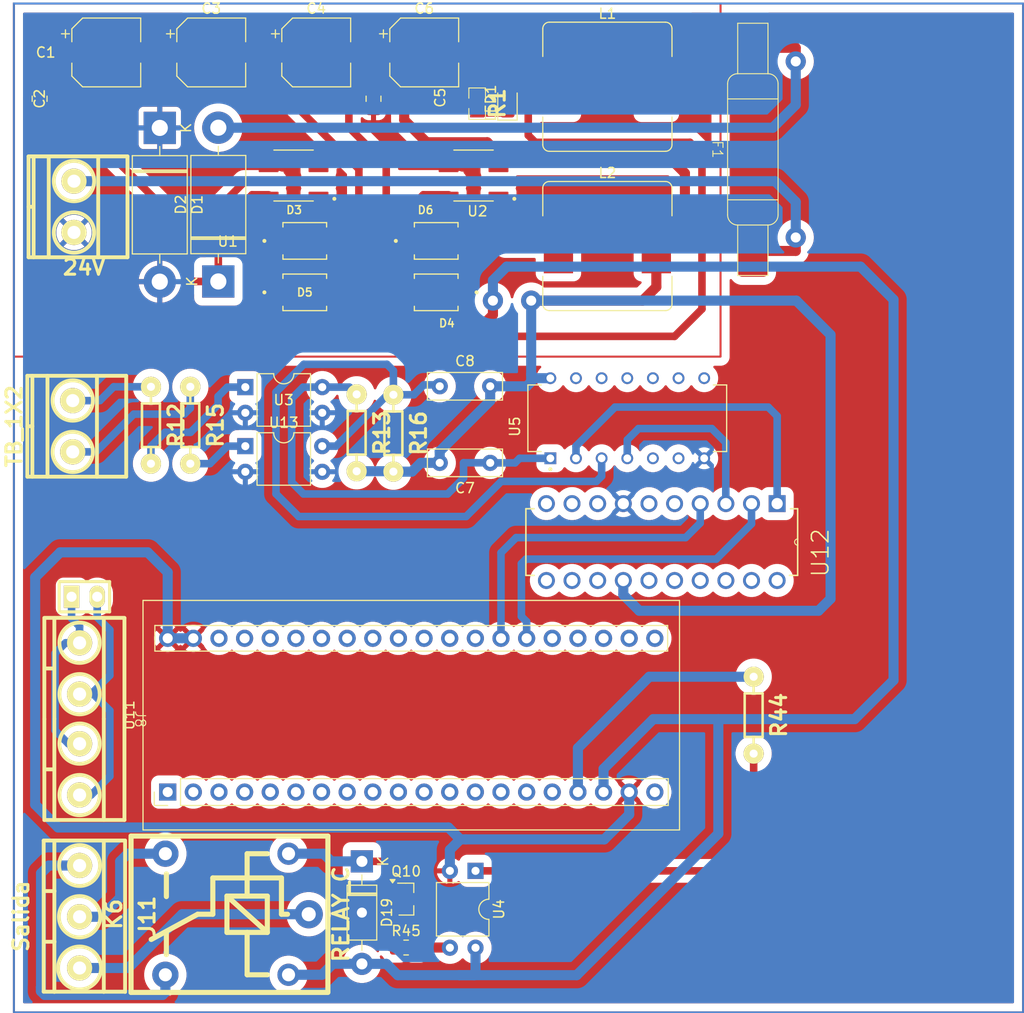
<source format=kicad_pcb>
(kicad_pcb (version 20241229) (generator "pcbnew") (generator_version "9.0")
  (layers (0 "F.Cu" signal) (2 "B.Cu" signal) (13 "F.Paste" user) (15 "B.Paste" user) (5 "F.SilkS" user "F.Silkscreen") (7 "B.SilkS" user "B.Silkscreen") (1 "F.Mask" user) (3 "B.Mask" user) (25 "Edge.Cuts" user))
  (net 0 "")
  (net 1 "Earth")
  (net 2 "/VCC")
  (net 3 "5V")
  (net 4 "Net-(D19-K)")
  (net 5 "Net-(J8-Pin_2)")
  (net 6 "Net-(J8-Pin_1)")
  (net 7 "Net-(J11-Pin_1)")
  (net 8 "Net-(J11-Pin_3)")
  (net 9 "Net-(J11-Pin_2)")
  (net 10 "Net-(LED1-A)")
  (net 11 "GND")
  (net 12 "Net-(Q10-B)")
  (net 13 "/PA01")
  (net 14 "/PA02")
  (net 15 "Net-(R44-Pad2)")
  (net 16 "Net-(R45-Pad2)")
  (net 17 "/1A hc14")
  (net 18 "/2A hc14")
  (net 19 "/3A hc14")
  (net 20 "/4A hc14")
  (net 21 "/5A hc14")
  (net 22 "/6A hc14")
  (net 23 "Net-(U1-OUT)")
  (net 24 "/IN1")
  (net 25 "/IN2")
  (net 26 "Net-(R12-Pad2)")
  (net 27 "/1Y hc14")
  (net 28 "Net-(R15-Pad2)")
  (net 29 "/2Y hc14")
  (net 30 "/3Y hc14")
  (net 31 "/4Y hc14")
  (net 32 "/5Y hc14")
  (net 33 "/6Y hc14")
  (net 38 "Net-(F1-Pad1)")
  (net 39 "Net-(D2-K)")
  (net 40 "Net-(D2-A)")
  (net 41 "Net-(U2-VIN)")
  (net 42 "Net-(U2-OUT)")
  (net 43 "Net-(U1-FB)")
  (net 48 "/PB07")
  (net 53 "/PB08")
  (net 64 "Net-(J8-Pin_4)")
  (net 69 "/PB09")
  (net 75 "Net-(J8-Pin_3)")
  (net 77 "/PA0")
  (footprint "SS210:DIOM4336X265N" (layer "F.Cu") (at 62.83 46.44)
    (property "Reference" "D6")
    (property "Value" "SS210")
  )
  (footprint "Capacitor_SMD:CP_Elec_6.3x7.7" (layer "F.Cu") (at 40.545 27.76)
    (property "Reference" "C3")
    (property "Value" "220uF")
  )
  (footprint "Capacitor_THT:C_Rect_L7.2mm_W2.5mm_P5.00mm_FKS2_FKP2_MKS2_MKP2" (layer "F.Cu") (at 68.18 68.44 180)
    (property "Reference" "C7")
    (property "Value" "100nF")
  )
  (footprint "EESTN5:Relay_C" (layer "F.Cu") (at 42.1 113.18 -90)
    (property "Reference" "K6")
    (property "Value" "RELAY_C")
  )
  (footprint "Package_DIP:DIP-4_W7.62mm" (layer "F.Cu") (at 43.92 60.935)
    (property "Reference" "U3")
    (property "Value" "PC817")
  )
  (footprint "Capacitor_SMD:CP_Elec_6.3x7.7" (layer "F.Cu") (at 61.645 27.76)
    (property "Reference" "C6")
    (property "Value" "220uF")
  )
  (footprint "Package_TO_SOT_SMD:SOT-23_Handsoldering" (layer "F.Cu") (at 59.85 111.68)
    (property "Reference" "Q10")
    (property "Value" "2N3904")
  )
  (footprint "Diode_THT:D_DO-41_SOD81_P10.16mm_Horizontal" (layer "F.Cu") (at 55.47 107.94 -90)
    (property "Reference" "D19")
    (property "Value" "1N4007")
  )
  (footprint "Diode_THT:D_DO-201AD_P15.24mm_Horizontal" (layer "F.Cu") (at 41.245 50.46 90)
    (property "Reference" "D2")
    (property "Value" "1N5822")
  )
  (footprint "SN74HC541N:DIP254P762X508-20" (layer "F.Cu") (at 73.7482 80.1 -90)
    (property "Reference" "U12")
    (property "Value" "SN74HC541PWR")
  )
  (footprint "EESTN5:RES0.3" (layer "F.Cu") (at 38.47 64.71 -90)
    (property "Reference" "R15")
    (property "Value" "10K" (hide yes))
  )
  (footprint "LM2594M-5.0:SOIC127P599X175-8N" (layer "F.Cu") (at 48.7 39.96 180)
    (property "Reference" "U1")
    (property "Value" "LM2594M-5.0")
  )
  (footprint "SN74HC14N:DIP794W45P254L1969H508Q14" (layer "F.Cu") (at 81.76 64.0175 90)
    (property "Reference" "U5")
    (property "Value" "SN74HC14PWR")
  )
  (footprint "Capacitor_THT:C_Rect_L7.2mm_W2.5mm_P5.00mm_FKS2_FKP2_MKS2_MKP2" (layer "F.Cu") (at 63.18 60.85)
    (property "Reference" "C8")
    (property "Value" "100nF")
  )
  (footprint "EESTN5:RES0.3" (layer "F.Cu") (at 58.59 65.5 -90)
    (property "Reference" "R16")
    (property "Value" "10K" (hide yes))
  )
  (footprint "Diode_THT:D_DO-201AD_P15.24mm_Horizontal" (layer "F.Cu") (at 35.445 35.24 -90)
    (property "Reference" "D1")
    (property "Value" "1N5822")
  )
  (footprint "EESTN5:BORNERA2" (layer "F.Cu") (at 26.945 43.06 -90)
    (property "Reference" "J1" (hide yes))
    (property "Value" "24V")
  )
  (footprint "EESTN5:Fusible2" (layer "F.Cu") (at 94.2 37.3675 180)
    (property "Reference" "F1")
    (property "Value" "Fuse" (hide yes))
  )
  (footprint "Package_DIP:DIP-4_W7.62mm" (layer "F.Cu") (at 43.92 66.785)
    (property "Reference" "U13")
    (property "Value" "PC817")
  )
  (footprint "EESTN5:BluePill" (layer "F.Cu") (at 36.23 101.07 90)
    (property "Reference" "U11")
    (property "Value" "BluePill" (hide yes))
  )
  (footprint "Capacitor_SMD:CP_Elec_6.3x7.7" (layer "F.Cu") (at 30.145 27.76)
    (property "Reference" "C1")
    (property "Value" "470uF")
  )
  (footprint "SS210:DIOM4336X265N" (layer "F.Cu") (at 49.81 46.44)
    (property "Reference" "D3")
    (property "Value" "SS210")
  )
  (footprint "EESTN5:RES0.3" (layer "F.Cu") (at 54.95 65.46 -90)
    (property "Reference" "R13")
    (property "Value" "10K" (hide yes))
  )
  (footprint "EESTN5:RES0.3" (layer "F.Cu") (at 94.28 93.45 -90)
    (property "Reference" "R44")
    (property "Value" "220" (hide yes))
  )
  (footprint "SS210:DIOM4336X265N" (layer "F.Cu") (at 62.83 51.54 180)
    (property "Reference" "D4")
    (property "Value" "SS210")
  )
  (footprint "Capacitor_SMD:CP_Elec_6.3x7.7" (layer "F.Cu") (at 50.945 27.76)
    (property "Reference" "C4")
    (property "Value" "470uF")
  )
  (footprint "Resistor_SMD:R_0805_2012Metric_Pad1.20x1.40mm_HandSolder" (layer "F.Cu") (at 59.85 116.48)
    (property "Reference" "R45")
    (property "Value" "1k")
  )
  (footprint "SS210:DIOM4336X265N" (layer "F.Cu") (at 49.81 51.54)
    (property "Reference" "D5")
    (property "Value" "SS210")
  )
  (footprint "Inductor_SMD:L_Bourns_SRR1260" (layer "F.Cu") (at 79.79 31.16)
    (property "Reference" "L1")
    (property "Value" "68uH")
  )
  (footprint "Inductor_SMD:L_Bourns_SRR1260" (layer "F.Cu") (at 79.79 46.95)
    (property "Reference" "L2")
    (property "Value" "68uH")
  )
  (footprint "LED_SMD:LED_0805_2012Metric" (layer "F.Cu") (at 69.89 32.78 90)
    (property "Reference" "LED1")
    (property "Value" "LED")
  )
  (footprint "EESTN5:RES0.3" (layer "F.Cu") (at 34.57 64.71 -90)
    (property "Reference" "R12")
    (property "Value" "10K" (hide yes))
  )
  (footprint "LM2594M-3.3:SOIC127P599X175-8N" (layer "F.Cu") (at 66.53 39.96 180)
    (property "Reference" "U2")
    (property "Value" "LM2594M-3.3")
  )
  (footprint "Capacitor_SMD:C_0805_2012Metric_Pad1.18x1.45mm_HandSolder" (layer "F.Cu") (at 23.54 32.35 -90)
    (property "Reference" "C2")
    (property "Value" "1uF")
  )
  (footprint "EESTN5:BORNERA2" (layer "F.Cu") (at 26.82 64.81 -90)
    (property "Reference" "J13" (hide yes))
    (property "Value" "TB_1X2")
  )
  (footprint "Package_DIP:DIP-4_W7.62mm" (layer "F.Cu") (at 66.725 108.88 -90)
    (property "Reference" "U4")
    (property "Value" "PC817")
  )
  (footprint "EESTN5:Jumper_Alto" (layer "F.Cu") (at 27.97625 81.71)
    (property "Reference" "JP1" (hide yes))
    (property "Value" "Jumper" (hide yes))
  )
  (footprint "Capacitor_SMD:C_0805_2012Metric_Pad1.18x1.45mm_HandSolder" (layer "F.Cu") (at 56.62 32.35 -90)
    (property "Reference" "C5")
    (property "Value" "1uF")
  )
  (footprint "EESTN5:BORNERA3_AZUL" (layer "F.Cu") (at 27.5 113.43 -90)
    (property "Reference" "J11")
    (property "Value" "Salida")
  )
  (footprint "Library:Bornera_4" (layer "F.Cu") (at 27.5075 93.8365 -90)
    (property "Reference" "J8")
    (property "Value" "Screw_Terminal_01x04")
  )
  (footprint "EESTN5:R_0805" (layer "F.Cu") (at 66.89 32.805 -90)
    (property "Reference" "R1")
    (property "Value" "1K" (hide yes))
  )
  (gr_rect (start 20.9996 22.91) (end 90.9996 57.91) (stroke (width 0.2)) (fill no) (layer "F.Cu") (net 17))
  (gr_rect (start 20.995 22.91) (end 120.975 122.91) (stroke (width 0.2)) (fill no) (layer "F.Cu") (net 17))
  (gr_rect (start 20.995 22.91) (end 120.975 122.91) (stroke (width 0.2)) (fill no) (layer "B.Cu") (net 7))
  (gr_text "GND" (at 23.57 73.79 0) (layer "F.Cu") (effects (font (size 1 1)) (justify left bottom)))
  (gr_text "EARTH\n" (at 22.72 56.435 0) (layer "F.Cu") (effects (font (size 1 1)) (justify left bottom)))
  (segment (start 58.35 110.73) (end 56.13 110.73) (width 1) (layer "F.Cu") (net 1))
  (segment (start 55.47 111.39) (end 55.47 113.02) (width 1) (layer "F.Cu") (net 1))
  (segment (start 56.13 110.73) (end 55.47 111.39) (width 1) (layer "F.Cu") (net 1))
  (via (at 55.47 113.02) (size 2) (drill 1) (layers "F.Cu" "B.Cu") (net 1))
  (segment (start 35.665 35.13) (end 35.545 35.01) (width 0.2) (layer "B.Cu") (net 1))
  (segment (start 87.14 46.95) (end 84.64 46.95) (width 1) (layer "F.Cu") (net 2))
  (segment (start 84.64 51) (end 83.28 52.36) (width 1) (layer "F.Cu") (net 2))
  (segment (start 87.47 39.73) (end 87.47 46.62) (width 1) (layer "F.Cu") (net 2))
  (segment (start 61.87 36.66) (end 67.89 36.66) (width 1) (layer "F.Cu") (net 2))
  (segment (start 59.66 34.45) (end 61.87 36.66) (width 1) (layer "F.Cu") (net 2))
  (segment (start 59.8225 31.8525) (end 59.66 31.69) (width 1) (layer "F.Cu") (net 2))
  (segment (start 59.66 28.475) (end 59.66 31.69) (width 1) (layer "F.Cu") (net 2))
  (segment (start 67.89 36.66) (end 68.96 37.73) (width 1) (layer "F.Cu") (net 2))
  (segment (start 68.96 37.73) (end 68.96 38.635) (width 1) (layer "F.Cu") (net 2))
  (segment (start 72.24 52.36) (end 83.28 52.36) (width 1) (layer "F.Cu") (net 2))
  (segment (start 68.96 38.635) (end 86.375 38.635) (width 1) (layer "F.Cu") (net 2))
  (segment (start 59.66 31.69) (end 59.66 34.45) (width 1) (layer "F.Cu") (net 2))
  (segment (start 87.47 46.62) (end 87.14 46.95) (width 1) (layer "F.Cu") (net 2))
  (segment (start 66.89 31.8525) (end 59.8225 31.8525) (width 1) (layer "F.Cu") (net 2))
  (segment (start 58.945 27.76) (end 59.66 28.475) (width 1) (layer "F.Cu") (net 2))
  (segment (start 86.375 38.635) (end 87.47 39.73) (width 1) (layer "F.Cu") (net 2))
  (segment (start 84.64 46.95) (end 84.64 51) (width 1) (layer "F.Cu") (net 2))
  (via (at 72.24 52.36) (size 2) (drill 1) (layers "F.Cu" "B.Cu") (net 2))
  (segment (start 58.59 69.31) (end 60.43 69.31) (width 1) (layer "B.Cu") (net 2))
  (segment (start 71.785 60.86) (end 72.24 60.405) (width 1) (layer "B.Cu") (net 2))
  (segment (start 82.95 83.1) (end 100.71 83.1) (width 1) (layer "B.Cu") (net 2))
  (segment (start 72.24 60.405) (end 72.24 59.69) (width 1) (layer "B.Cu") (net 2))
  (segment (start 68.18 62.29) (end 68.18 60.85) (width 1) (layer "B.Cu") (net 2))
  (segment (start 60.43 69.31) (end 61.3 68.44) (width 1) (layer "B.Cu") (net 2))
  (segment (start 72.24 59.69) (end 72.5975 60.0475) (width 1) (layer "B.Cu") (net 2))
  (segment (start 63.18 67.29) (end 68.18 62.29) (width 1) (layer "B.Cu") (net 2))
  (segment (start 98.51 52.36) (end 72.24 52.36) (width 1) (layer "B.Cu") (net 2))
  (segment (start 72.24 52.36) (end 72.24 59.69) (width 1) (layer "B.Cu") (net 2))
  (segment (start 58.55 69.27) (end 58.59 69.31) (width 1) (layer "B.Cu") (net 2))
  (segment (start 72.5975 60.0475) (end 74.14 60.0475) (width 1) (layer "B.Cu") (net 2))
  (segment (start 81.3682 80.1) (end 81.3682 81.5182) (width 1) (layer "B.Cu") (net 2))
  (segment (start 100.71 83.1) (end 101.9 81.91) (width 1) (layer "B.Cu") (net 2))
  (segment (start 71.775 60.85) (end 71.785 60.86) (width 1) (layer "B.Cu") (net 2))
  (segment (start 81.3682 81.5182) (end 82.95 83.1) (width 1) (layer "B.Cu") (net 2))
  (segment (start 54.95 69.27) (end 58.55 69.27) (width 1) (layer "B.Cu") (net 2))
  (segment (start 63.18 68.44) (end 63.18 67.29) (width 1) (layer "B.Cu") (net 2))
  (segment (start 68.18 60.85) (end 71.775 60.85) (width 1) (layer "B.Cu") (net 2))
  (segment (start 61.3 68.44) (end 63.18 68.44) (width 1) (layer "B.Cu") (net 2))
  (segment (start 101.9 55.75) (end 98.51 52.36) (width 1) (layer "B.Cu") (net 2))
  (segment (start 101.9 81.91) (end 101.9 55.75) (width 1) (layer "B.Cu") (net 2))
  (segment (start 47.645 51.54) (end 47.645 53.525) (width 1) (layer "F.Cu") (net 3))
  (segment (start 47.645 53.525) (end 48.62 54.5) (width 1) (layer "F.Cu") (net 3))
  (segment (start 68.45 53.77) (end 68.45 52.36) (width 1) (layer "F.Cu") (net 3))
  (segment (start 67.72 54.5) (end 68.45 53.77) (width 1) (layer "F.Cu") (net 3))
  (segment (start 48.62 54.5) (end 67.72 54.5) (width 1) (layer "F.Cu") (net 3))
  (via (at 68.45 52.36) (size 2) (drill 1) (layers "F.Cu" "B.Cu") (net 3))
  (segment (start 55.47 118.1) (end 57.9 118.1) (width 1) (layer "B.Cu") (net 3))
  (segment (start 84.34 93.84) (end 90.78 93.84) (width 1) (layer "B.Cu") (net 3))
  (segment (start 52.6 118.09) (end 51.51 119.18) (width 1) (layer "B.Cu") (net 3))
  (segment (start 79.41 98.77) (end 84.34 93.84) (width 1) (layer "B.Cu") (net 3))
  (segment (start 57.9 118.1) (end 59.02 119.22) (width 1) (layer "B.Cu") (net 3))
  (segment (start 55.47 118.1) (end 55.46 118.09) (width 1) (layer "B.Cu") (net 3))
  (segment (start 65.13637 119.22) (end 66.6 119.22) (width 1) (layer "B.Cu") (net 3))
  (segment (start 66.6 119.22) (end 66.725 119.095) (width 1) (layer "B.Cu") (net 3))
  (segment (start 51.51 119.18) (end 48.2 119.18) (width 1) (layer "B.Cu") (net 3))
  (segment (start 76.75 119.22) (end 90.78 105.19) (width 1) (layer "B.Cu") (net 3))
  (segment (start 104.87 48.99) (end 69.81 48.99) (width 1) (layer "B.Cu") (net 3))
  (segment (start 68.45 50.35) (end 68.45 52.36) (width 1) (layer "B.Cu") (net 3))
  (segment (start 55.46 118.09) (end 52.6 118.09) (width 1) (layer "B.Cu") (net 3))
  (segment (start 104.28 93.84) (end 108.14 89.98) (width 1) (layer "B.Cu") (net 3))
  (segment (start 108.14 52.26) (end 104.87 48.99) (width 1) (layer "B.Cu") (net 3))
  (segment (start 90.78 105.19) (end 90.78 93.84) (width 1) (layer "B.Cu") (net 3))
  (segment (start 108.14 89.98) (end 108.14 52.26) (width 1) (layer "B.Cu") (net 3))
  (segment (start 65.13637 119.22) (end 76.75 119.22) (width 1) (layer "B.Cu") (net 3))
  (segment (start 69.81 48.99) (end 68.45 50.35) (width 1) (layer "B.Cu") (net 3))
  (segment (start 79.41 101.07) (end 79.41 98.77) (width 1) (layer "B.Cu") (net 3))
  (segment (start 59.02 119.22) (end 65.13637 119.22) (width 1) (layer "B.Cu") (net 3))
  (segment (start 66.725 119.095) (end 66.725 116.5) (width 1) (layer "B.Cu") (net 3))
  (segment (start 90.78 93.84) (end 104.28 93.84) (width 1) (layer "B.Cu") (net 3))
  (segment (start 60.3 107.94) (end 55.47 107.94) (width 0.75) (layer "F.Cu") (net 4))
  (segment (start 61.35 111.68) (end 61.35 108.99) (width 0.75) (layer "F.Cu") (net 4))
  (segment (start 61.35 108.99) (end 60.3 107.94) (width 0.75) (layer "F.Cu") (net 4))
  (segment (start 51.67 107.18) (end 48.2 107.18) (width 1) (layer "B.Cu") (net 4))
  (segment (start 52.43 107.94) (end 51.67 107.18) (width 1) (layer "B.Cu") (net 4))
  (segment (start 55.47 107.94) (end 52.43 107.94) (width 1) (layer "B.Cu") (net 4))
  (segment (start 30.5 89.5) (end 30.5 85) (width 0.75) (layer "B.Cu") (net 5))
  (segment (start 30.5 93) (end 28.86 91.36) (width 0.75) (layer "B.Cu") (net 5))
  (segment (start 27.5 91.36) (end 28.64 91.36) (width 0.75) (layer "B.Cu") (net 5))
  (segment (start 30.5 99.5) (end 30.5 93) (width 0.75) (layer "B.Cu") (net 5))
  (segment (start 27.5 101.36) (end 28.64 101.36) (width 0.75) (layer "B.Cu") (net 5))
  (segment (start 28.64 101.36) (end 30.5 99.5) (width 0.75) (layer "B.Cu") (net 5))
  (segment (start 29.24625 83.74625) (end 29.24625 81.71) (width 0.75) (layer "B.Cu") (net 5))
  (segment (start 28.64 91.36) (end 30.5 89.5) (width 0.75) (layer "B.Cu") (net 5))
  (segment (start 30.5 85) (end 29.24625 83.74625) (width 0.75) (layer "B.Cu") (net 5))
  (segment (start 28.86 91.36) (end 27.5 91.36) (width 0.75) (layer "B.Cu") (net 5))
  (segment (start 27.5 84.65) (end 27.5 86.28) (width 0.75) (layer "B.Cu") (net 6))
  (segment (start 26.39 96.28) (end 25.074 94.964) (width 0.75) (layer "B.Cu") (net 6))
  (segment (start 26.70625 81.71) (end 26.70625 83.85625) (width 0.75) (layer "B.Cu") (net 6))
  (segment (start 25.074 87.316) (end 26.11 86.28) (width 0.75) (layer "B.Cu") (net 6))
  (segment (start 27.5 96.28) (end 26.39 96.28) (width 0.75) (layer "B.Cu") (net 6))
  (segment (start 26.11 86.28) (end 27.5 86.28) (width 0.75) (layer "B.Cu") (net 6))
  (segment (start 26.70625 83.85625) (end 27.5 84.65) (width 0.75) (layer "B.Cu") (net 6))
  (segment (start 25.074 94.964) (end 25.074 87.316) (width 0.75) (layer "B.Cu") (net 6))
  (segment (start 24.45 108.35) (end 23.68 109.12) (width 1) (layer "B.Cu") (net 7))
  (segment (start 26.34 108.35) (end 24.45 108.35) (width 1) (layer "B.Cu") (net 7))
  (segment (start 23.67 120.81) (end 24.04 121.18) (width 1) (layer "B.Cu") (net 7))
  (segment (start 35.73 121.18) (end 36 120.91) (width 1) (layer "B.Cu") (net 7))
  (segment (start 36 120.91) (end 36 119.18) (width 1) (layer "B.Cu") (net 7))
  (segment (start 23.68 120.39) (end 23.67 120.4) (width 1) (layer "B.Cu") (net 7))
  (segment (start 24.04 121.18) (end 35.73 121.18) (width 1) (layer "B.Cu") (net 7))
  (segment (start 23.68 109.12) (end 23.68 120.39) (width 1) (layer "B.Cu") (net 7))
  (segment (start 23.67 120.4) (end 23.67 120.81) (width 1) (layer "B.Cu") (net 7))
  (segment (start 50.2 113.18) (end 37.66 113.18) (width 1) (layer "B.Cu") (net 8))
  (segment (start 32.33 118.51) (end 27.5 118.51) (width 1) (layer "B.Cu") (net 8))
  (segment (start 37.66 113.18) (end 32.33 118.51) (width 1) (layer "B.Cu") (net 8))
  (segment (start 31.52 111.54) (end 29.63 113.43) (width 1) (layer "B.Cu") (net 9))
  (segment (start 31.52 107.94) (end 31.52 111.54) (width 1) (layer "B.Cu") (net 9))
  (segment (start 36 107.18) (end 32.28 107.18) (width 1) (layer "B.Cu") (net 9))
  (segment (start 32.28 107.18) (end 31.52 107.94) (width 1) (layer "B.Cu") (net 9))
  (segment (start 29.63 113.43) (end 27.5 113.43) (width 1) (layer "B.Cu") (net 9))
  (segment (start 69.85 33.7575) (end 69.89 33.7175) (width 0.75) (layer "F.Cu") (net 10))
  (segment (start 66.89 33.7575) (end 69.85 33.7575) (width 0.75) (layer "F.Cu") (net 10))
  (segment (start 64.185 108.88) (end 64.185 106.795) (width 1) (layer "B.Cu") (net 11))
  (segment (start 81.95 103.29) (end 79.48 105.76) (width 1) (layer "B.Cu") (net 11))
  (segment (start 25.369 104.579) (end 64.039 104.579) (width 1) (layer "B.Cu") (net 11))
  (segment (start 34.25 77.31) (end 25.58 77.31) (width 1) (layer "B.Cu") (net 11))
  (segment (start 25.58 77.31) (end 23.1 79.79) (width 1) (layer "B.Cu") (net 11))
  (segment (start 64.185 106.795) (end 65.22 105.76) (width 1) (layer "B.Cu") (net 11))
  (segment (start 23.1 102.31) (end 25.369 104.579) (width 1) (layer "B.Cu") (net 11))
  (segment (start 23.1 79.79) (end 23.1 102.31) (width 1) (layer "B.Cu") (net 11))
  (segment (start 36.23 85.83) (end 36.23 79.29) (width 1) (layer "B.Cu") (net 11))
  (segment (start 64.039 104.579) (end 65.22 105.76) (width 1) (layer "B.Cu") (net 11))
  (segment (start 81.95 101.07) (end 81.95 103.29) (width 1) (layer "B.Cu") (net 11))
  (segment (start 65.22 105.76) (end 65.75 105.76) (width 1) (layer "B.Cu") (net 11))
  (segment (start 36.23 79.29) (end 34.25 77.31) (width 1) (layer "B.Cu") (net 11))
  (segment (start 36.23 85.83) (end 38.77 85.83) (width 1) (layer "B.Cu") (net 11))
  (segment (start 81.81 100.93) (end 81.95 101.07) (width 1) (layer "B.Cu") (net 11))
  (segment (start 65.75 105.76) (end 79.48 105.76) (width 1) (layer "B.Cu") (net 11))
  (segment (start 58.3 112.68) (end 58.35 112.63) (width 0.75) (layer "F.Cu") (net 12))
  (segment (start 58.85 116.48) (end 58.3 116.48) (width 0.75) (layer "F.Cu") (net 12))
  (segment (start 58.3 116.48) (end 58.3 112.68) (width 0.75) (layer "F.Cu") (net 12))
  (segment (start 94.0682 74.4818) (end 94.0682 72.48) (width 0.75) (layer "B.Cu") (net 13))
  (segment (start 71.72 77.98) (end 90.57 77.98) (width 0.75) (layer "B.Cu") (net 13))
  (segment (start 71.79 85.83) (end 71.79 84.18) (width 0.75) (layer "B.Cu") (net 13))
  (segment (start 71.79 84.18) (end 71.27 83.66) (width 0.75) (layer "B.Cu") (net 13))
  (segment (start 90.57 77.98) (end 94.0682 74.4818) (width 0.75) (layer "B.Cu") (net 13))
  (segment (start 71.27 83.66) (end 71.27 78.43) (width 0.75) (layer "B.Cu") (net 13))
  (segment (start 71.27 78.43) (end 71.72 77.98) (width 0.75) (layer "B.Cu") (net 13))
  (segment (start 69.25 77.35) (end 70.75 75.85) (width 0.75) (layer "B.Cu") (net 14))
  (segment (start 69.25 85.83) (end 69.25 77.35) (width 0.75) (layer "B.Cu") (net 14))
  (segment (start 70.75 75.85) (end 87.54 75.85) (width 0.75) (layer "B.Cu") (net 14))
  (segment (start 87.54 75.85) (end 88.9882 74.4018) (width 0.75) (layer "B.Cu") (net 14))
  (segment (start 88.9882 74.4018) (end 88.9882 72.48) (width 0.75) (layer "B.Cu") (net 14))
  (segment (start 94.28 105.78) (end 94.28 97.26) (width 0.75) (layer "F.Cu") (net 15))
  (segment (start 91.18 108.88) (end 94.28 105.78) (width 0.75) (layer "F.Cu") (net 15))
  (segment (start 66.725 108.88) (end 91.18 108.88) (width 0.75) (layer "F.Cu") (net 15))
  (segment (start 66.735 108.89) (end 66.725 108.88) (width 0.75) (layer "F.Cu") (net 15))
  (segment (start 64.165 116.48) (end 60.85 116.48) (width 1) (layer "F.Cu") (net 16))
  (segment (start 64.185 116.5) (end 64.165 116.48) (width 1) (layer "F.Cu") (net 16))
  (segment (start 70.64 68.44) (end 71.0925 67.9875) (width 0.75) (layer "B.Cu") (net 17))
  (segment (start 54.235 60.935) (end 54.95 61.65) (width 0.75) (layer "B.Cu") (net 17))
  (segment (start 49.645 60.935) (end 51.54 60.935) (width 0.75) (layer "B.Cu") (net 17))
  (segment (start 51.54 60.935) (end 54.235 60.935) (width 0.75) (layer "B.Cu") (net 17))
  (segment (start 65.54 69.95) (end 63.97 71.52) (width 0.75) (layer "B.Cu") (net 17))
  (segment (start 68.38 68.43) (end 65.54 68.43) (width 0.75) (layer "B.Cu") (net 17))
  (segment (start 48.511 70.351) (end 48.511 62.069) (width 0.75) (layer "B.Cu") (net 17))
  (segment (start 49.68 71.52) (end 48.511 70.351) (width 0.75) (layer "B.Cu") (net 17))
  (segment (start 48.511 62.069) (end 49.645 60.935) (width 0.75) (layer "B.Cu") (net 17))
  (segment (start 63.97 71.52) (end 49.68 71.52) (width 0.75) (layer "B.Cu") (net 17))
  (segment (start 68.18 68.44) (end 70.64 68.44) (width 0.75) (layer "B.Cu") (net 17))
  (segment (start 65.54 68.43) (end 65.54 69.95) (width 0.75) (layer "B.Cu") (net 17))
  (segment (start 71.0925 67.9875) (end 74.14 67.9875) (width 0.75) (layer "B.Cu") (net 17))
  (segment (start 61.6 60.71) (end 63.04 60.71) (width 0.75) (layer "B.Cu") (net 18))
  (segment (start 58 61.69) (end 58.59 61.69) (width 0.75) (layer "B.Cu") (net 18))
  (segment (start 49.21 73.76) (end 46.96 71.51) (width 0.75) (layer "B.Cu") (net 18))
  (segment (start 60.62 61.69) (end 61.6 60.71) (width 0.75) (layer "B.Cu") (net 18))
  (segment (start 78.7 70.28) (end 69.27 70.28) (width 0.75) (layer "B.Cu") (net 18))
  (segment (start 46.96 71.51) (end 46.96 61.426554) (width 0.75) (layer "B.Cu") (net 18))
  (segment (start 79.22 69.76) (end 78.7 70.28) (width 0.75) (layer "B.Cu") (net 18))
  (segment (start 52.905 66.785) (end 58 61.69) (width 0.75) (layer "B.Cu") (net 18))
  (segment (start 46.96 61.426554) (end 49.712044 58.67451) (width 0.75) (layer "B.Cu") (net 18))
  (segment (start 65.79 73.76) (end 49.21 73.76) (width 0.75) (layer "B.Cu") (net 18))
  (segment (start 58.59 61.69) (end 60.62 61.69) (width 0.75) (layer "B.Cu") (net 18))
  (segment (start 79.22 67.9875) (end 79.22 69.76) (width 0.75) (layer "B.Cu") (net 18))
  (segment (start 57.95451 58.67451) (end 58.59 59.31) (width 0.75) (layer "B.Cu") (net 18))
  (segment (start 49.712044 58.67451) (end 57.95451 58.67451) (width 0.75) (layer "B.Cu") (net 18))
  (segment (start 58.59 59.31) (end 58.59 61.69) (width 0.75) (layer "B.Cu") (net 18))
  (segment (start 63.04 60.71) (end 63.18 60.85) (width 0.75) (layer "B.Cu") (net 18))
  (segment (start 51.54 66.785) (end 52.905 66.785) (width 0.75) (layer "B.Cu") (net 18))
  (segment (start 69.27 70.28) (end 65.79 73.76) (width 0.75) (layer "B.Cu") (net 18))
  (segment (start 74.94 31.16) (end 72.79 31.16) (width 0.75) (layer "F.Cu") (net 23))
  (segment (start 71.95 35.97) (end 72.65 36.67) (width 0.75) (layer "F.Cu") (net 23))
  (segment (start 72.79 31.16) (end 71.95 32) (width 0.75) (layer "F.Cu") (net 23))
  (segment (start 47.645 46.44) (end 44.06 46.44) (width 0.75) (layer "F.Cu") (net 23))
  (segment (start 86.45 55.9) (end 46.85 55.9) (width 0.75) (layer "F.Cu") (net 23))
  (segment (start 46.85 55.9) (end 44.62 53.67) (width 0.75) (layer "F.Cu") (net 23))
  (segment (start 44.62 47) (end 43.73 46.11) (width 0.75) (layer "F.Cu") (net 23))
  (segment (start 71.95 32) (end 71.95 35.97) (width 0.75) (layer "F.Cu") (net 23))
  (segment (start 43.73 46.11) (end 43.73 42.73) (width 0.75) (layer "F.Cu") (net 23))
  (segment (start 87.97 36.67) (end 89.16 37.86) (width 0.75) (layer "F.Cu") (net 23))
  (segment (start 44.06 46.44) (end 43.73 46.11) (width 0.75) (layer "F.Cu") (net 23))
  (segment (start 72.65 36.67) (end 87.97 36.67) (width 0.75) (layer "F.Cu") (net 23))
  (segment (start 44.595 41.865) (end 46.23 41.865) (width 0.75) (layer "F.Cu") (net 23))
  (segment (start 89.16 37.86) (end 89.16 53.19) (width 0.75) (layer "F.Cu") (net 23))
  (segment (start 44.62 53.67) (end 44.62 47) (width 0.75) (layer "F.Cu") (net 23))
  (segment (start 89.16 53.19) (end 86.45 55.9) (width 0.75) (layer "F.Cu") (net 23))
  (segment (start 43.73 42.73) (end 44.595 41.865) (width 0.75) (layer "F.Cu") (net 23))
  (segment (start 26.82 62.27) (end 29.51 62.27) (width 0.75) (layer "B.Cu") (net 24))
  (segment (start 29.51 62.27) (end 30.88 60.9) (width 0.75) (layer "B.Cu") (net 24))
  (segment (start 30.88 60.9) (end 34.57 60.9) (width 0.75) (layer "B.Cu") (net 24))
  (segment (start 26.82 67.35) (end 29.13 67.35) (width 0.75) (layer "B.Cu") (net 25))
  (segment (start 37.87 63.61) (end 38.47 63.01) (width 0.75) (layer "B.Cu") (net 25))
  (segment (start 29.13 67.35) (end 32.87 63.61) (width 0.75) (layer "B.Cu") (net 25))
  (segment (start 38.47 63.01) (end 38.47 60.9) (width 0.75) (layer "B.Cu") (net 25))
  (segment (start 32.87 63.61) (end 37.87 63.61) (width 0.75) (layer "B.Cu") (net 25))
  (segment (start 34.57 68.52) (end 34.57 66.81) (width 0.75) (layer "B.Cu") (net 26))
  (segment (start 41.22 62.685) (end 41.22 61.86) (width 0.75) (layer "B.Cu") (net 26))
  (segment (start 35.97 65.41) (end 38.495 65.41) (width 0.75) (layer "B.Cu") (net 26))
  (segment (start 41.22 61.86) (end 42.145 60.935) (width 0.75) (layer "B.Cu") (net 26))
  (segment (start 42.145 60.935) (end 43.92 60.935) (width 0.75) (layer "B.Cu") (net 26))
  (segment (start 34.57 66.81) (end 35.97 65.41) (width 0.75) (layer "B.Cu") (net 26))
  (segment (start 38.495 65.41) (end 41.22 62.685) (width 0.75) (layer "B.Cu") (net 26))
  (segment (start 96.6082 72.48) (end 96.6082 63.7982) (width 0.75) (layer "B.Cu") (net 27))
  (segment (start 95.72 62.91) (end 80.55 62.91) (width 0.75) (layer "B.Cu") (net 27))
  (segment (start 76.68 66.78) (end 76.68 67.9875) (width 0.75) (layer "B.Cu") (net 27))
  (segment (start 96.6082 63.7982) (end 95.72 62.91) (width 0.75) (layer "B.Cu") (net 27))
  (segment (start 80.55 62.91) (end 76.68 66.78) (width 0.75) (layer "B.Cu") (net 27))
  (segment (start 42.145 66.785) (end 43.92 66.785) (width 0.75) (layer "B.Cu") (net 28))
  (segment (start 38.47 68.52) (end 40.41 68.52) (width 0.75) (layer "B.Cu") (net 28))
  (segment (start 40.41 68.52) (end 42.145 66.785) (width 0.75) (layer "B.Cu") (net 28))
  (segment (start 90.13 65.04) (end 91.52 66.43) (width 0.75) (layer "B.Cu") (net 29))
  (segment (start 82.88 65.04) (end 90.13 65.04) (width 0.75) (layer "B.Cu") (net 29))
  (segment (start 81.76 66.16) (end 82.88 65.04) (width 0.75) (layer "B.Cu") (net 29))
  (segment (start 91.52 66.43) (end 91.52 72.4718) (width 0.75) (layer "B.Cu") (net 29))
  (segment (start 81.76 67.9875) (end 81.76 66.16) (width 0.75) (layer "B.Cu") (net 29))
  (segment (start 91.52 72.4718) (end 91.5282 72.48) (width 0.75) (layer "B.Cu") (net 29))
  (segment (start 94.2 47.435) (end 98.45 47.435) (width 1) (layer "F.Cu") (net 38))
  (segment (start 98.45 47.435) (end 98.45 46.1) (width 1) (layer "F.Cu") (net 38))
  (via (at 98.45 46.1) (size 2) (drill 1) (layers "F.Cu" "B.Cu") (net 38))
  (segment (start 96.4 40.52) (end 26.945 40.52) (width 1) (layer "B.Cu") (net 38))
  (segment (start 98.45 42.57) (end 96.4 40.52) (width 1) (layer "B.Cu") (net 38))
  (segment (start 98.45 46.1) (end 98.45 42.57) (width 1) (layer "B.Cu") (net 38))
  (segment (start 24.55 27.76) (end 27.445 27.76) (width 0.75) (layer "F.Cu") (net 39))
  (segment (start 23.54 28.77) (end 24.55 27.76) (width 0.75) (layer "F.Cu") (net 39))
  (segment (start 27.445 34.76) (end 31.8325 39.1475) (width 0.75) (layer "F.Cu") (net 39))
  (segment (start 41.245 50.46) (end 41.245 43.175) (width 0.75) (layer "F.Cu") (net 39))
  (segment (start 23.54 31.3125) (end 23.54 28.77) (width 0.75) (layer "F.Cu") (net 39))
  (segment (start 38.245 49.96) (end 38.745 50.46) (width 0.75) (layer "F.Cu") (net 39))
  (segment (start 38.245 45.56) (end 38.245 49.96) (width 0.75) (layer "F.Cu") (net 39))
  (segment (start 41.245 43.175) (end 43.825 40.595) (width 0.75) (layer "F.Cu") (net 39))
  (segment (start 38.745 50.46) (end 41.245 50.46) (width 0.75) (layer "F.Cu") (net 39))
  (segment (start 43.825 40.595) (end 46.23 40.595) (width 0.75) (layer "F.Cu") (net 39))
  (segment (start 27.445 27.76) (end 27.445 34.76) (width 0.75) (layer "F.Cu") (net 39))
  (segment (start 31.8325 39.1475) (end 38.245 45.56) (width 0.75) (layer "F.Cu") (net 39))
  (segment (start 98.45 27.3) (end 98.45 28.65) (width 1) (layer "F.Cu") (net 40))
  (segment (start 94.2 27.3) (end 98.45 27.3) (width 1) (layer "F.Cu") (net 40))
  (via (at 98.45 28.65) (size 2) (drill 1) (layers "F.Cu" "B.Cu") (net 40))
  (segment (start 96.18 35.22) (end 98.45 32.95) (width 1) (layer "B.Cu") (net 40))
  (segment (start 41.245 35.22) (end 96.18 35.22) (width 1) (layer "B.Cu") (net 40))
  (segment (start 98.45 32.95) (end 98.45 28.65) (width 1) (layer "B.Cu") (net 40))
  (segment (start 64.06 40.595) (end 58.305 40.595) (width 0.75) (layer "F.Cu") (net 41))
  (segment (start 48.9975 31.3125) (end 48.245 30.56) (width 0.75) (layer "F.Cu") (net 41))
  (segment (start 64.995 49.545) (end 64.995 51.54) (width 0.75) (layer "F.Cu") (net 41))
  (segment (start 54.18 31.3125) (end 54.18 35.19) (width 0.75) (layer "F.Cu") (net 41))
  (segment (start 48.245 27.76) (end 48.245 30.56) (width 0.75) (layer "F.Cu") (net 41))
  (segment (start 54.18 35.19) (end 57.88 38.89) (width 0.75) (layer "F.Cu") (net 41))
  (segment (start 64.35 48.9) (end 64.995 49.545) (width 0.75) (layer "F.Cu") (net 41))
  (segment (start 57.88 48.2) (end 57.9 48.2) (width 0.75) (layer "F.Cu") (net 41))
  (segment (start 57.88 40.17) (end 57.88 48.2) (width 0.75) (layer "F.Cu") (net 41))
  (segment (start 56.62 31.3125) (end 54.18 31.3125) (width 0.75) (layer "F.Cu") (net 41))
  (segment (start 58.6 48.9) (end 64.35 48.9) (width 0.75) (layer "F.Cu") (net 41))
  (segment (start 58.305 40.595) (end 57.88 40.17) (width 0.75) (layer "F.Cu") (net 41))
  (segment (start 57.88 38.89) (end 57.88 40.17) (width 0.75) (layer "F.Cu") (net 41))
  (segment (start 57.9 48.2) (end 58.6 48.9) (width 0.75) (layer "F.Cu") (net 41))
  (segment (start 54.18 31.3125) (end 48.9975 31.3125) (width 0.75) (layer "F.Cu") (net 41))
  (segment (start 69.71 46.95) (end 74.94 46.95) (width 0.75) (layer "F.Cu") (net 42))
  (segment (start 60.665 46.44) (end 60.665 44.845) (width 0.75) (layer "F.Cu") (net 42))
  (segment (start 64.06 41.865) (end 61.555 41.865) (width 0.75) (layer "F.Cu") (net 42))
  (segment (start 60.665 42.755) (end 60.665 44.845) (width 0.75) (layer "F.Cu") (net 42))
  (segment (start 61.82 43.69) (end 66.45 43.69) (width 0.75) (layer "F.Cu") (net 42))
  (segment (start 66.45 43.69) (end 69.71 46.95) (width 0.75) (layer "F.Cu") (net 42))
  (segment (start 60.665 44.845) (end 61.82 43.69) (width 0.75) (layer "F.Cu") (net 42))
  (segment (start 61.555 41.865) (end 60.665 42.755) (width 0.75) (layer "F.Cu") (net 42))
  (segment (start 51.975 50.275) (end 55.17 47.08) (width 0.75) (layer "F.Cu") (net 43))
  (segment (start 53.055 38.055) (end 53.48 37.63) (width 0.75) (layer "F.Cu") (net 43))
  (segment (start 38.745 24.66) (end 37.845 25.56) (width 0.75) (layer "F.Cu") (net 43))
  (segment (start 55.17 47.08) (end 55.17 39.32) (width 0.75) (layer "F.Cu") (net 43))
  (segment (start 87.25 31.16) (end 87.87 30.54) (width 0.75) (layer "F.Cu") (net 43))
  (segment (start 37.845 29.86) (end 39.845 31.86) (width 0.75) (layer "F.Cu") (net 43))
  (segment (start 55.17 39.32) (end 53.48 37.63) (width 0.75) (layer "F.Cu") (net 43))
  (segment (start 87.87 25.44) (end 87.09 24.66) (width 0.75) (layer "F.Cu") (net 43))
  (segment (start 37.845 27.76) (end 37.845 29.86) (width 0.75) (layer "F.Cu") (net 43))
  (segment (start 51.975 51.54) (end 51.975 50.275) (width 0.75) (layer "F.Cu") (net 43))
  (segment (start 47.71 31.86) (end 53.48 37.63) (width 0.75) (layer "F.Cu") (net 43))
  (segment (start 84.64 31.16) (end 87.25 31.16) (width 0.75) (layer "F.Cu") (net 43))
  (segment (start 37.845 25.56) (end 37.845 27.76) (width 0.75) (layer "F.Cu") (net 43))
  (segment (start 51.975 51.54) (end 60.665 51.54) (width 0.75) (layer "F.Cu") (net 43))
  (segment (start 51.17 38.055) (end 53.055 38.055) (width 0.75) (layer "F.Cu") (net 43))
  (segment (start 87.09 24.66) (end 38.745 24.66) (width 0.75) (layer "F.Cu") (net 43))
  (segment (start 87.87 30.54) (end 87.87 25.44) (width 0.75) (layer "F.Cu") (net 43))
  (segment (start 39.845 31.86) (end 47.71 31.86) (width 0.75) (layer "F.Cu") (net 43))
  (segment (start 76.87 96.71) (end 83.94 89.64) (width 1) (layer "B.Cu") (net 69))
  (segment (start 76.87 101.07) (end 76.87 96.71) (width 1) (layer "B.Cu") (net 69))
  (segment (start 83.94 89.64) (end 94.28 89.64) (width 1) (layer "B.Cu") (net 69))
  (zone (net 1) (net_name "Earth") (layer "F.Cu") (connect_pads (clearance 0.5)) (min_thickness 0.25) (fill yes (thermal_gap 0.5) (thermal_bridge_width 0.5))
    (polygon (pts (xy 20.9996 22.91) (xy 90.925 22.91) (xy 90.925 57.855) (xy 20.9996 57.855)))
  )
  (zone (net 11) (net_name "GND") (layer "F.Cu") (priority 1) (connect_pads (clearance 0.5)) (min_thickness 0.25) (fill yes (thermal_gap 0.5) (thermal_bridge_width 0.5))
    (polygon (pts (xy 20.999628 57.97) (xy 91.025 57.97) (xy 91.025 22.91) (xy 120.855 22.91) (xy 120.855 122.84) (xy 20.997016 122.84)))
  )
  (zone (net 1) (net_name "Earth") (layer "B.Cu") (priority 2) (connect_pads (clearance 0.5)) (min_thickness 0.25) (fill yes (thermal_gap 0.5) (thermal_bridge_width 0.5))
    (polygon (pts (xy 20.995 22.91) (xy 120.805 22.91) (xy 120.805 122.86) (xy 20.995 122.86)))
  )
)
</source>
